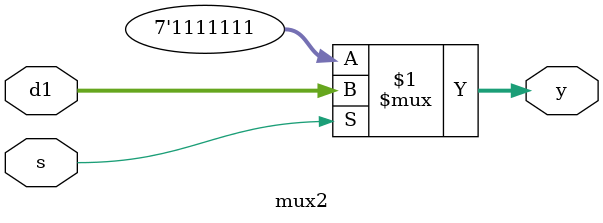
<source format=sv>
module mux2 #(parameter N = 7, M = 7'b111_1111)
    (input  logic [N-1:0]   d1,
    input   logic           s,
    output  logic [N-1:0]   y
    );

    assign y = s ? d1 : M;
endmodule

</source>
